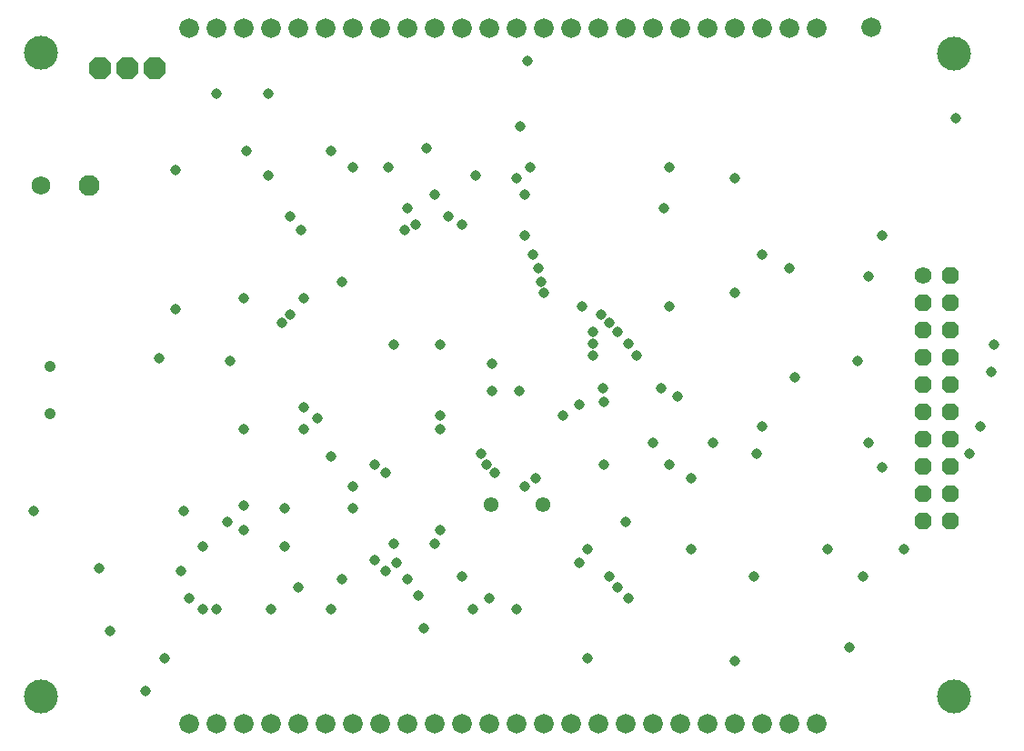
<source format=gbs>
G75*
G70*
%OFA0B0*%
%FSLAX24Y24*%
%IPPOS*%
%LPD*%
%AMOC8*
5,1,8,0,0,1.08239X$1,22.5*
%
%ADD10C,0.0545*%
%ADD11C,0.0690*%
%ADD12C,0.0769*%
%ADD13OC8,0.0820*%
%ADD14C,0.0619*%
%ADD15OC8,0.0619*%
%ADD16C,0.0414*%
%ADD17C,0.0720*%
%ADD18C,0.1241*%
%ADD19C,0.0383*%
D10*
X019150Y009559D03*
X021050Y009559D03*
D11*
X002650Y021266D03*
D12*
X004422Y021266D03*
D13*
X004813Y025578D03*
X005813Y025578D03*
X006813Y025578D03*
D14*
X035000Y017966D03*
D15*
X036000Y017966D03*
X036000Y016966D03*
X035000Y016966D03*
X035000Y015966D03*
X036000Y015966D03*
X036000Y014966D03*
X035000Y014966D03*
X035000Y013966D03*
X036000Y013966D03*
X036000Y012966D03*
X035000Y012966D03*
X035000Y011966D03*
X036000Y011966D03*
X036000Y010966D03*
X035000Y010966D03*
X035000Y009966D03*
X036000Y009966D03*
X036000Y008966D03*
X035000Y008966D03*
D16*
X002994Y012896D03*
X002994Y014629D03*
D17*
X008100Y027050D03*
X009100Y027050D03*
X010100Y027050D03*
X011100Y027050D03*
X012100Y027050D03*
X013100Y027050D03*
X014100Y027050D03*
X015100Y027050D03*
X016100Y027050D03*
X017100Y027050D03*
X018100Y027050D03*
X019100Y027050D03*
X020100Y027050D03*
X021100Y027050D03*
X022100Y027050D03*
X023100Y027050D03*
X024100Y027050D03*
X025100Y027050D03*
X026100Y027050D03*
X027100Y027050D03*
X028100Y027050D03*
X029100Y027050D03*
X030100Y027050D03*
X031100Y027050D03*
X033100Y027066D03*
X031100Y001550D03*
X030100Y001550D03*
X029100Y001550D03*
X028100Y001550D03*
X027100Y001550D03*
X026100Y001550D03*
X025100Y001550D03*
X024100Y001550D03*
X023100Y001550D03*
X022100Y001550D03*
X021100Y001550D03*
X020100Y001550D03*
X019100Y001550D03*
X018100Y001550D03*
X017100Y001550D03*
X016100Y001550D03*
X015100Y001550D03*
X014100Y001550D03*
X013100Y001550D03*
X012100Y001550D03*
X011100Y001550D03*
X010100Y001550D03*
X009100Y001550D03*
X008100Y001550D03*
D18*
X002667Y002519D03*
X002667Y026125D03*
X036131Y026113D03*
X036131Y002519D03*
D19*
X032300Y004350D03*
X032800Y006950D03*
X031500Y007950D03*
X034300Y007950D03*
X033500Y010950D03*
X033000Y011850D03*
X030300Y014250D03*
X029100Y012450D03*
X028900Y011450D03*
X027300Y011850D03*
X026500Y010550D03*
X025700Y011050D03*
X025100Y011850D03*
X023300Y011050D03*
X021800Y012850D03*
X022400Y013250D03*
X023300Y013350D03*
X023240Y013850D03*
X022880Y015050D03*
X022880Y015470D03*
X022880Y015890D03*
X023500Y016250D03*
X023200Y016550D03*
X022500Y016850D03*
X021100Y017350D03*
X021000Y017750D03*
X020900Y018250D03*
X020700Y018750D03*
X020400Y019450D03*
X020400Y020950D03*
X020100Y021550D03*
X020600Y021950D03*
X020226Y023424D03*
X018600Y021650D03*
X017100Y020950D03*
X016100Y020450D03*
X016400Y019850D03*
X016000Y019650D03*
X017600Y020150D03*
X018100Y019850D03*
X015400Y021950D03*
X016800Y022650D03*
X014100Y021950D03*
X013300Y022550D03*
X011000Y021650D03*
X010200Y022550D03*
X011000Y024650D03*
X009100Y024650D03*
X007600Y021850D03*
X011800Y020150D03*
X012200Y019650D03*
X013700Y017750D03*
X012300Y017150D03*
X011800Y016550D03*
X011500Y016250D03*
X010100Y017150D03*
X007600Y016750D03*
X007000Y014950D03*
X009600Y014850D03*
X012300Y013150D03*
X012800Y012750D03*
X012300Y012350D03*
X013300Y011350D03*
X014100Y010250D03*
X014900Y011050D03*
X015300Y010750D03*
X014100Y009450D03*
X015600Y008150D03*
X014900Y007550D03*
X015300Y007150D03*
X015700Y007450D03*
X016100Y006850D03*
X016500Y006250D03*
X016700Y005050D03*
X018500Y005750D03*
X019100Y006150D03*
X020100Y005750D03*
X018100Y006950D03*
X017100Y008150D03*
X017300Y008650D03*
X019300Y010750D03*
X019000Y011050D03*
X018800Y011450D03*
X017300Y012350D03*
X017300Y012850D03*
X019200Y013750D03*
X020200Y013750D03*
X019200Y014750D03*
X017300Y015450D03*
X015600Y015450D03*
X010100Y012350D03*
X010100Y009550D03*
X009500Y008950D03*
X010100Y008650D03*
X008600Y008050D03*
X007800Y007150D03*
X008100Y006150D03*
X008600Y005750D03*
X009100Y005750D03*
X011100Y005750D03*
X012100Y006550D03*
X013300Y005750D03*
X013700Y006850D03*
X011600Y008050D03*
X011600Y009450D03*
X007900Y009350D03*
X004800Y007250D03*
X002400Y009350D03*
X005200Y004950D03*
X007200Y003950D03*
X006500Y002750D03*
X020400Y010250D03*
X020800Y010550D03*
X024100Y008950D03*
X022700Y007950D03*
X022400Y007450D03*
X023500Y006950D03*
X023800Y006550D03*
X024200Y006150D03*
X026500Y007950D03*
X028800Y006950D03*
X028100Y003850D03*
X022700Y003950D03*
X026000Y013550D03*
X025400Y013850D03*
X024500Y015050D03*
X024200Y015470D03*
X023800Y015890D03*
X025700Y016850D03*
X028100Y017350D03*
X029100Y018750D03*
X030100Y018250D03*
X033000Y017950D03*
X033500Y019450D03*
X036200Y023750D03*
X028100Y021550D03*
X025700Y021950D03*
X025500Y020450D03*
X020500Y025850D03*
X032600Y014850D03*
X037100Y012450D03*
X036700Y011450D03*
X037500Y014450D03*
X037600Y015450D03*
M02*

</source>
